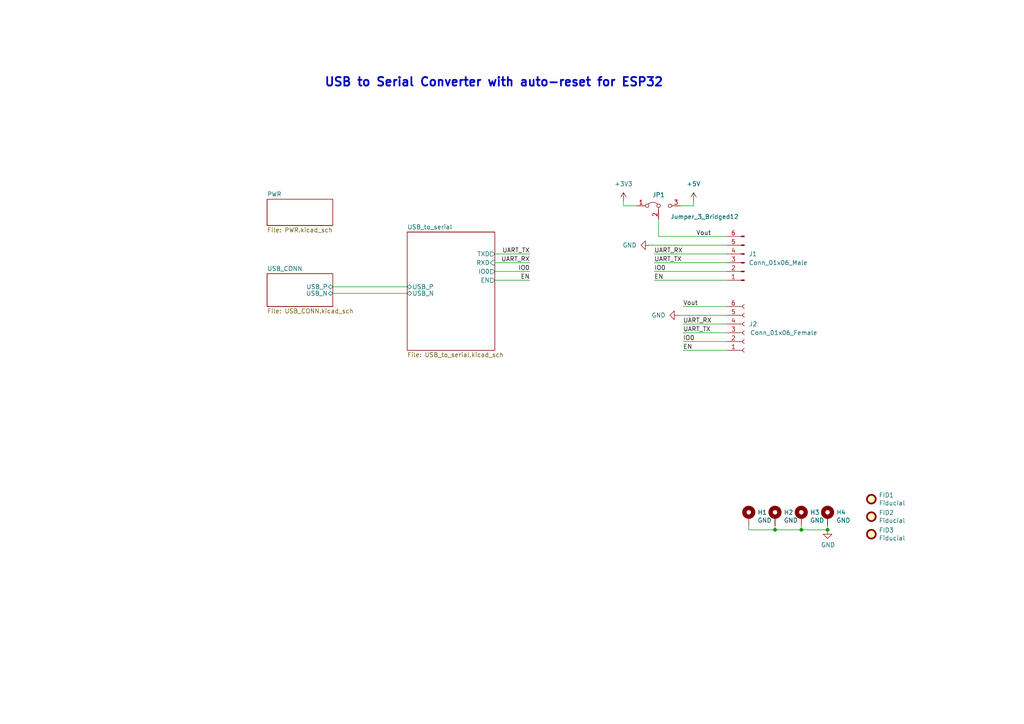
<source format=kicad_sch>
(kicad_sch (version 20211123) (generator eeschema)
  (paper "A4")
  (title_block (title "VoltLink") (date "2022/01/17") (rev "v0.1") (company "VOLTLOG") (comment 1 "USB to Serial Converter with auto-reset for ESP32") (comment 2 "GPL-3.0 License") (comment 3 "As shown in Voltlog #356"))
  (lib_symbols
    (symbol "Connector:Conn_01x06_Female" (pin_names (offset 1.016) hide)
      (property "Reference" "J" (at 0 7.62 0))
      (property "Value" "Conn_01x06_Female" (at 0 -10.16 0))
      (symbol "Conn_01x06_Female_1_1"
        (arc (start 0 -7.112) (mid -0.508 -7.62) (end 0 -8.128) (stroke (width 0.1524)))
        (arc (start 0 -4.572) (mid -0.508 -5.08) (end 0 -5.588) (stroke (width 0.1524)))
        (arc (start 0 -2.032) (mid -0.508 -2.54) (end 0 -3.048) (stroke (width 0.1524)))
        (polyline (pts (xy -1.27 -7.62) (xy -0.508 -7.62)) (stroke (width 0.1524)))
        (polyline (pts (xy -1.27 -5.08) (xy -0.508 -5.08)) (stroke (width 0.1524)))
        (polyline (pts (xy -1.27 -2.54) (xy -0.508 -2.54)) (stroke (width 0.1524)))
        (polyline (pts (xy -1.27 0) (xy -0.508 0)) (stroke (width 0.1524)))
        (polyline (pts (xy -1.27 2.54) (xy -0.508 2.54)) (stroke (width 0.1524)))
        (polyline (pts (xy -1.27 5.08) (xy -0.508 5.08)) (stroke (width 0.1524)))
        (arc (start 0 0.508) (mid -0.508 0) (end 0 -0.508) (stroke (width 0.1524)))
        (arc (start 0 3.048) (mid -0.508 2.54) (end 0 2.032) (stroke (width 0.1524)))
        (arc (start 0 5.588) (mid -0.508 5.08) (end 0 4.572) (stroke (width 0.1524)))
        (pin passive line (at -5.08 5.08 0) (length 3.81) (name "Pin_1") (number "1"))
        (pin passive line (at -5.08 2.54 0) (length 3.81) (name "Pin_2") (number "2"))
        (pin passive line (at -5.08 0 0) (length 3.81) (name "Pin_3") (number "3"))
        (pin passive line (at -5.08 -2.54 0) (length 3.81) (name "Pin_4") (number "4"))
        (pin passive line (at -5.08 -5.08 0) (length 3.81) (name "Pin_5") (number "5"))
        (pin passive line (at -5.08 -7.62 0) (length 3.81) (name "Pin_6") (number "6"))
      )
    )
    (symbol "Connector:Conn_01x06_Male" (pin_names (offset 1.016) hide)
      (property "Reference" "J" (at 0 7.62 0))
      (property "Value" "Conn_01x06_Male" (at 0 -10.16 0))
      (symbol "Conn_01x06_Male_1_1"
        (polyline (pts (xy 1.27 -7.62) (xy 0.8636 -7.62)) (stroke (width 0.1524)))
        (polyline (pts (xy 1.27 -5.08) (xy 0.8636 -5.08)) (stroke (width 0.1524)))
        (polyline (pts (xy 1.27 -2.54) (xy 0.8636 -2.54)) (stroke (width 0.1524)))
        (polyline (pts (xy 1.27 0) (xy 0.8636 0)) (stroke (width 0.1524)))
        (polyline (pts (xy 1.27 2.54) (xy 0.8636 2.54)) (stroke (width 0.1524)))
        (polyline (pts (xy 1.27 5.08) (xy 0.8636 5.08)) (stroke (width 0.1524)))
        (rectangle (start 0.8636 -7.493) (end 0 -7.747) (stroke (width 0.1524)) (fill (type outline)))
        (rectangle (start 0.8636 -4.953) (end 0 -5.207) (stroke (width 0.1524)) (fill (type outline)))
        (rectangle (start 0.8636 -2.413) (end 0 -2.667) (stroke (width 0.1524)) (fill (type outline)))
        (rectangle (start 0.8636 0.127) (end 0 -0.127) (stroke (width 0.1524)) (fill (type outline)))
        (rectangle (start 0.8636 2.667) (end 0 2.413) (stroke (width 0.1524)) (fill (type outline)))
        (rectangle (start 0.8636 5.207) (end 0 4.953) (stroke (width 0.1524)) (fill (type outline)))
        (pin passive line (at 5.08 5.08 180) (length 3.81) (name "Pin_1") (number "1"))
        (pin passive line (at 5.08 2.54 180) (length 3.81) (name "Pin_2") (number "2"))
        (pin passive line (at 5.08 0 180) (length 3.81) (name "Pin_3") (number "3"))
        (pin passive line (at 5.08 -2.54 180) (length 3.81) (name "Pin_4") (number "4"))
        (pin passive line (at 5.08 -5.08 180) (length 3.81) (name "Pin_5") (number "5"))
        (pin passive line (at 5.08 -7.62 180) (length 3.81) (name "Pin_6") (number "6"))
      )
    )
    (symbol "Jumper:Jumper_3_Bridged12" (pin_names (offset 0) hide)
      (property "Reference" "JP" (at -2.54 -2.54 0))
      (property "Value" "Jumper_3_Bridged12" (at 0 2.794 0))
      (symbol "Jumper_3_Bridged12_0_0"
        (circle (center -3.302 0) (radius 0.508))
        (circle (center 0 0) (radius 0.508))
        (circle (center 3.302 0) (radius 0.508))
      )
      (symbol "Jumper_3_Bridged12_0_1"
        (arc (start -0.254 0.508) (mid -1.651 0.9912) (end -3.048 0.508))
        (polyline (pts (xy 0 -1.27) (xy 0 -0.508)))
      )
      (symbol "Jumper_3_Bridged12_1_1"
        (pin passive line (at -6.35 0 0) (length 2.54) (name "A") (number "1"))
        (pin input line (at 0 -3.81 90) (length 2.54) (name "C") (number "2"))
        (pin passive line (at 6.35 0 180) (length 2.54) (name "B") (number "3"))
      )
    )
    (symbol "Mechanical:Fiducial"
      (property "Reference" "FID" (at 0 5.08 0))
      (property "Value" "Fiducial" (at 0 3.175 0))
      (symbol "Fiducial_0_1"
        (circle (center 0 0) (radius 1.27) (stroke (width 0.508)) (fill (type background)))
      )
    )
    (symbol "Mechanical:MountingHole_Pad" (pin_numbers hide) (pin_names (offset 1.016) hide)
      (property "Reference" "H" (at 0 6.35 0))
      (property "Value" "MountingHole_Pad" (at 0 4.445 0))
      (symbol "MountingHole_Pad_0_1"
        (circle (center 0 1.27) (radius 1.27) (stroke (width 1.27)))
      )
      (symbol "MountingHole_Pad_1_1"
        (pin input line (at 0 -2.54 90) (length 2.54) (name "1") (number "1"))
      )
    )
    (symbol "power:+3.3V" (power) (pin_names (offset 0))
      (property "Value" "+3.3V" (at 0 3.556 0))
      (symbol "+3.3V_0_1"
        (polyline (pts (xy -0.762 1.27) (xy 0 2.54)))
        (polyline (pts (xy 0 0) (xy 0 2.54)))
        (polyline (pts (xy 0 2.54) (xy 0.762 1.27)))
      )
      (symbol "+3.3V_1_1"
        (pin power_in line (at 0 0 90) (length 0) hide (name "+3V3") (number "1"))
      )
    )
    (symbol "power:+5V" (power) (pin_names (offset 0))
      (property "Value" "+5V" (at 0 3.556 0))
      (symbol "+5V_0_1"
        (polyline (pts (xy -0.762 1.27) (xy 0 2.54)))
        (polyline (pts (xy 0 0) (xy 0 2.54)))
        (polyline (pts (xy 0 2.54) (xy 0.762 1.27)))
      )
      (symbol "+5V_1_1"
        (pin power_in line (at 0 0 90) (length 0) hide (name "+5V") (number "1"))
      )
    )
    (symbol "power:GND" (power) (pin_names (offset 0))
      (property "Value" "GND" (at 0 -3.81 0))
      (symbol "GND_0_1"
        (polyline (pts (xy 0 0) (xy 0 -1.27) (xy 1.27 -1.27) (xy 0 -2.54) (xy -1.27 -1.27) (xy 0 -1.27)))
      )
      (symbol "GND_1_1"
        (pin power_in line (at 0 0 270) (length 0) hide (name "GND") (number "1"))
      )
    )
  )
  (junction (at 224.79 153.67))
  (junction (at 232.41 153.67))
  (junction (at 240.03 153.67))
  (wire (pts (xy 198.12 101.6) (xy 210.82 101.6)))
  (wire (pts (xy 198.12 93.98) (xy 210.82 93.98)))
  (wire (pts (xy 143.51 78.74) (xy 153.67 78.74)))
  (wire (pts (xy 201.168 59.69) (xy 201.168 58.42)))
  (wire (pts (xy 197.358 59.69) (xy 201.168 59.69)))
  (wire (pts (xy 180.848 59.69) (xy 184.658 59.69)))
  (wire (pts (xy 189.738 78.74) (xy 210.82 78.74)))
  (wire (pts (xy 198.12 96.52) (xy 210.82 96.52)))
  (wire (pts (xy 143.51 81.28) (xy 153.67 81.28)))
  (wire (pts (xy 189.738 73.66) (xy 210.82 73.66)))
  (wire (pts (xy 232.41 152.4) (xy 232.41 153.67)))
  (wire (pts (xy 198.12 88.9) (xy 210.82 88.9)))
  (wire (pts (xy 217.17 153.67) (xy 224.79 153.67)))
  (wire (pts (xy 189.738 81.28) (xy 210.82 81.28)))
  (wire (pts (xy 240.03 153.67) (xy 240.03 152.4)))
  (wire (pts (xy 180.848 58.42) (xy 180.848 59.69)))
  (wire (pts (xy 196.85 91.44) (xy 210.82 91.44)))
  (wire (pts (xy 232.41 153.67) (xy 240.03 153.67)))
  (wire (pts (xy 143.51 73.66) (xy 153.67 73.66)))
  (wire (pts (xy 96.52 85.09) (xy 118.11 85.09)))
  (wire (pts (xy 189.738 76.2) (xy 210.82 76.2)))
  (wire (pts (xy 224.79 153.67) (xy 232.41 153.67)))
  (wire (pts (xy 224.79 152.4) (xy 224.79 153.67)))
  (wire (pts (xy 198.12 99.06) (xy 210.82 99.06)))
  (wire (pts (xy 217.17 152.4) (xy 217.17 153.67)))
  (wire (pts (xy 188.468 71.12) (xy 210.82 71.12)))
  (wire (pts (xy 143.51 76.2) (xy 153.67 76.2)))
  (wire (pts (xy 191.008 68.58) (xy 210.82 68.58)))
  (wire (pts (xy 191.008 63.5) (xy 191.008 68.58)))
  (wire (pts (xy 96.52 83.185) (xy 118.11 83.185)))
  (text "USB to Serial Converter with auto-reset for ESP32" (at 93.98 25.4 0) (effects (font (size 2.4892 2.4892) (thickness 0.4978) bold) (justify left bottom)))
  (label "IO0" (at 153.67 78.74 180))
  (label "EN" (at 153.67 81.28 180))
  (label "IO0" (at 198.12 99.06 0))
  (label "EN" (at 198.12 101.6 0))
  (label "UART_RX" (at 198.12 93.98 0))
  (label "UART_RX" (at 153.67 76.2 180))
  (label "UART_TX" (at 153.67 73.66 180))
  (label "IO0" (at 189.738 78.74 0))
  (label "Vout" (at 198.12 88.9 0))
  (label "UART_RX" (at 189.738 73.66 0))
  (label "Vout" (at 201.93 68.58 0))
  (label "UART_TX" (at 198.12 96.52 0))
  (label "UART_TX" (at 189.738 76.2 0))
  (label "EN" (at 189.738 81.28 0))
  (symbol (lib_id "Mechanical:Fiducial") (at 252.73 144.78 0) (unit 1)
    (property "Reference" "FID1" (at 254.889 143.6116 0) (effects (justify left)))
    (property "Value" "Fiducial" (at 254.889 145.923 0) (effects (justify left)))
    (property "Footprint" "Fiducial:Fiducial_0.5mm_Mask1mm" (effects hide))
  )
  (symbol (lib_id "Mechanical:Fiducial") (at 252.73 149.86 0) (unit 1)
    (property "Reference" "FID2" (at 254.889 148.6916 0) (effects (justify left)))
    (property "Value" "Fiducial" (at 254.889 151.003 0) (effects (justify left)))
    (property "Footprint" "Fiducial:Fiducial_0.5mm_Mask1mm" (effects hide))
  )
  (symbol (lib_id "Mechanical:Fiducial") (at 252.73 154.94 0) (unit 1)
    (property "Reference" "FID3" (at 254.889 153.7716 0) (effects (justify left)))
    (property "Value" "Fiducial" (at 254.889 156.083 0) (effects (justify left)))
    (property "Footprint" "Fiducial:Fiducial_0.5mm_Mask1mm" (effects hide))
  )
  (symbol (lib_id "Mechanical:MountingHole_Pad") (at 240.03 149.86 0) (unit 1)
    (property "Reference" "H4" (at 242.57 148.6154 0) (effects (justify left)))
    (property "Value" "GND" (at 242.57 150.9268 0) (effects (justify left)))
    (property "Footprint" "MountingHole:MountingHole_2.5mm_Pad" (effects hide))
  )
  (symbol (lib_id "Mechanical:MountingHole_Pad") (at 232.41 149.86 0) (unit 1)
    (property "Reference" "H3" (at 234.95 148.6154 0) (effects (justify left)))
    (property "Value" "GND" (at 234.95 150.9268 0) (effects (justify left)))
    (property "Footprint" "MountingHole:MountingHole_2.5mm_Pad" (effects hide))
  )
  (symbol (lib_id "Mechanical:MountingHole_Pad") (at 224.79 149.86 0) (unit 1)
    (property "Reference" "H2" (at 227.33 148.6154 0) (effects (justify left)))
    (property "Value" "GND" (at 227.33 150.9268 0) (effects (justify left)))
    (property "Footprint" "MountingHole:MountingHole_2.5mm_Pad" (effects hide))
  )
  (symbol (lib_id "Mechanical:MountingHole_Pad") (at 217.17 149.86 0) (unit 1)
    (property "Reference" "H1" (at 219.71 148.6154 0) (effects (justify left)))
    (property "Value" "GND" (at 219.71 150.9268 0) (effects (justify left)))
    (property "Footprint" "MountingHole:MountingHole_2.5mm_Pad" (effects hide))
  )
  (symbol (lib_id "power:GND") (at 240.03 153.67 0) (unit 1)
    (property "Reference" "#PWR05" (effects hide))
    (property "Value" "GND" (at 240.157 158.0642 0))
  )
  (symbol (lib_id "power:GND") (at 188.468 71.12 270) (unit 1)
    (property "Reference" "#PWR02" (effects hide))
    (property "Value" "GND" (at 184.658 71.1199 90) (effects (justify right)))
  )
  (symbol (lib_id "power:+3.3V") (at 180.848 58.42 0) (unit 1)
    (property "Reference" "#PWR01" (effects hide))
    (property "Value" "+3.3V" (at 180.848 53.34 0))
  )
  (symbol (lib_id "power:GND") (at 196.85 91.44 270) (unit 1)
    (property "Reference" "#PWR03" (effects hide))
    (property "Value" "GND" (at 193.04 91.4399 90) (effects (justify right)))
  )
  (symbol (lib_id "Connector:Conn_01x06_Male") (at 215.9 76.2 180) (unit 1)
    (property "Reference" "J1" (at 217.17 73.6599 0) (effects (justify right)))
    (property "Value" "Conn_01x06_Male" (at 217.17 76.1999 0) (effects (justify right)))
    (property "Footprint" "Connector_PinHeader_2.54mm:PinHeader_1x06_P2.54mm_Horizontal" (effects hide))
  )
  (symbol (lib_id "Jumper:Jumper_3_Bridged12") (at 191.008 59.69 0) (unit 1)
    (property "Reference" "JP1" (at 191.008 56.515 0))
    (property "Value" "Jumper_3_Bridged12" (at 204.343 62.865 0))
    (property "Footprint" "Connector_PinHeader_2.54mm:PinHeader_1x03_P2.54mm_Vertical" (effects hide))
  )
  (symbol (lib_id "Connector:Conn_01x06_Female") (at 215.9 96.52 0) (mirror x) (unit 1)
    (property "Reference" "J2" (at 218.44 93.98 0))
    (property "Value" "Conn_01x06_Female" (at 227.33 96.52 0))
    (property "Footprint" "Connector_JST:JST_SH_BM06B-SRSS-TB_1x06-1MP_P1.00mm_Vertical" (effects hide))
  )
  (symbol (lib_id "power:+5V") (at 201.168 58.42 0) (unit 1)
    (property "Reference" "#PWR04" (effects hide))
    (property "Value" "+5V" (at 201.168 53.34 0))
  )
  (sheet (at 118.11 67.31) (size 25.4 34.29) (stroke (width 0.1524))
    (property "Sheet name" "USB_to_serial" (at 118.11 66.5984 0) (effects (justify left bottom)))
    (property "Sheet file" "USB_to_serial.kicad_sch" (at 118.11 102.1846 0) (effects (justify left top)))
    (pin "USB_P" bidirectional (at 118.11 83.185 180))
    (pin "USB_N" bidirectional (at 118.11 85.09 180))
    (pin "IO0" output (at 143.51 78.74 0))
    (pin "RXD" input (at 143.51 76.2 0))
    (pin "EN" output (at 143.51 81.28 0))
    (pin "TXD" output (at 143.51 73.66 0))
  )
  (sheet (at 77.47 57.785) (size 19.05 7.62) (stroke (width 0.1524))
    (property "Sheet name" "PWR" (at 77.47 57.0734 0) (effects (justify left bottom)))
    (property "Sheet file" "PWR.kicad_sch" (at 77.47 65.9896 0) (effects (justify left top)))
  )
  (sheet (at 77.47 79.375) (size 19.05 9.525) (stroke (width 0.1524))
    (property "Sheet name" "USB_CONN" (at 77.47 78.6634 0) (effects (justify left bottom)))
    (property "Sheet file" "USB_CONN.kicad_sch" (at 77.47 89.4846 0) (effects (justify left top)))
    (pin "USB_N" bidirectional (at 96.52 85.09 0))
    (pin "USB_P" bidirectional (at 96.52 83.185 0))
  )
)
</source>
